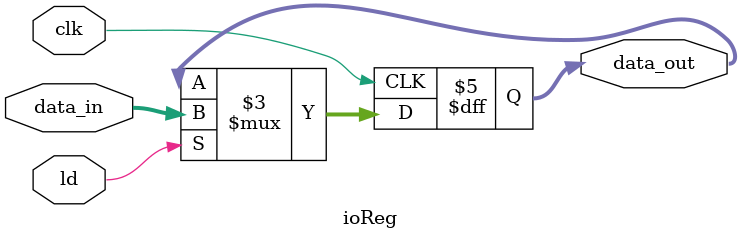
<source format=v>
module ioReg(data_out, data_in, ld, clk);
	input [3:0] data_in;
	input ld;
	input clk;
	output reg [3:0] data_out;
	
	//4 bit register with sychronous enable triggered on clock's positive edge
	always @(posedge clk)
		if (ld)
			data_out = data_in;
			
endmodule

</source>
